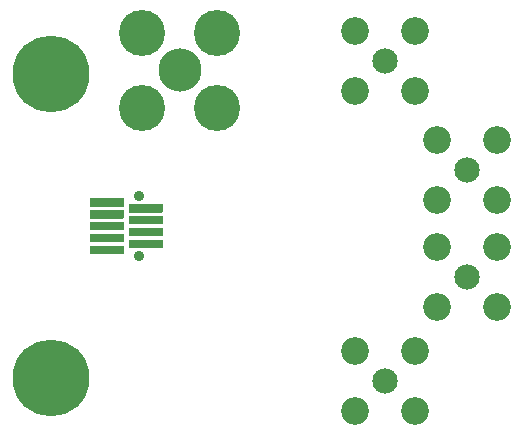
<source format=gbs>
G04 #@! TF.GenerationSoftware,KiCad,Pcbnew,(5.1.12)-1*
G04 #@! TF.CreationDate,2021-12-16T18:12:02+01:00*
G04 #@! TF.ProjectId,eth_mezz_mag_sma,6574685f-6d65-47a7-9a5f-6d61675f736d,rev?*
G04 #@! TF.SameCoordinates,Original*
G04 #@! TF.FileFunction,Soldermask,Bot*
G04 #@! TF.FilePolarity,Negative*
%FSLAX46Y46*%
G04 Gerber Fmt 4.6, Leading zero omitted, Abs format (unit mm)*
G04 Created by KiCad (PCBNEW (5.1.12)-1) date 2021-12-16 18:12:02*
%MOMM*%
%LPD*%
G01*
G04 APERTURE LIST*
%ADD10C,0.900000*%
%ADD11C,2.350000*%
%ADD12C,2.150000*%
%ADD13C,3.910000*%
%ADD14C,3.656000*%
%ADD15C,6.500000*%
G04 APERTURE END LIST*
D10*
X110589820Y-78907900D03*
X110589820Y-73850500D03*
G36*
G01*
X106442000Y-78024400D02*
X109236000Y-78024400D01*
G75*
G02*
X109286000Y-78074400I0J-50000D01*
G01*
X109286000Y-78684000D01*
G75*
G02*
X109236000Y-78734000I-50000J0D01*
G01*
X106442000Y-78734000D01*
G75*
G02*
X106392000Y-78684000I0J50000D01*
G01*
X106392000Y-78074400D01*
G75*
G02*
X106442000Y-78024400I50000J0D01*
G01*
G37*
G36*
G01*
X109744000Y-77524400D02*
X112538000Y-77524400D01*
G75*
G02*
X112588000Y-77574400I0J-50000D01*
G01*
X112588000Y-78184000D01*
G75*
G02*
X112538000Y-78234000I-50000J0D01*
G01*
X109744000Y-78234000D01*
G75*
G02*
X109694000Y-78184000I0J50000D01*
G01*
X109694000Y-77574400D01*
G75*
G02*
X109744000Y-77524400I50000J0D01*
G01*
G37*
G36*
G01*
X106442000Y-77024400D02*
X109236000Y-77024400D01*
G75*
G02*
X109286000Y-77074400I0J-50000D01*
G01*
X109286000Y-77684000D01*
G75*
G02*
X109236000Y-77734000I-50000J0D01*
G01*
X106442000Y-77734000D01*
G75*
G02*
X106392000Y-77684000I0J50000D01*
G01*
X106392000Y-77074400D01*
G75*
G02*
X106442000Y-77024400I50000J0D01*
G01*
G37*
G36*
G01*
X109744000Y-76524400D02*
X112538000Y-76524400D01*
G75*
G02*
X112588000Y-76574400I0J-50000D01*
G01*
X112588000Y-77184000D01*
G75*
G02*
X112538000Y-77234000I-50000J0D01*
G01*
X109744000Y-77234000D01*
G75*
G02*
X109694000Y-77184000I0J50000D01*
G01*
X109694000Y-76574400D01*
G75*
G02*
X109744000Y-76524400I50000J0D01*
G01*
G37*
G36*
G01*
X106442000Y-76024400D02*
X109236000Y-76024400D01*
G75*
G02*
X109286000Y-76074400I0J-50000D01*
G01*
X109286000Y-76684000D01*
G75*
G02*
X109236000Y-76734000I-50000J0D01*
G01*
X106442000Y-76734000D01*
G75*
G02*
X106392000Y-76684000I0J50000D01*
G01*
X106392000Y-76074400D01*
G75*
G02*
X106442000Y-76024400I50000J0D01*
G01*
G37*
G36*
G01*
X109744000Y-75524400D02*
X112538000Y-75524400D01*
G75*
G02*
X112588000Y-75574400I0J-50000D01*
G01*
X112588000Y-76184000D01*
G75*
G02*
X112538000Y-76234000I-50000J0D01*
G01*
X109744000Y-76234000D01*
G75*
G02*
X109694000Y-76184000I0J50000D01*
G01*
X109694000Y-75574400D01*
G75*
G02*
X109744000Y-75524400I50000J0D01*
G01*
G37*
G36*
G01*
X106442000Y-75024400D02*
X109236000Y-75024400D01*
G75*
G02*
X109286000Y-75074400I0J-50000D01*
G01*
X109286000Y-75684000D01*
G75*
G02*
X109236000Y-75734000I-50000J0D01*
G01*
X106442000Y-75734000D01*
G75*
G02*
X106392000Y-75684000I0J50000D01*
G01*
X106392000Y-75074400D01*
G75*
G02*
X106442000Y-75024400I50000J0D01*
G01*
G37*
G36*
G01*
X109744000Y-74524400D02*
X112538000Y-74524400D01*
G75*
G02*
X112588000Y-74574400I0J-50000D01*
G01*
X112588000Y-75184000D01*
G75*
G02*
X112538000Y-75234000I-50000J0D01*
G01*
X109744000Y-75234000D01*
G75*
G02*
X109694000Y-75184000I0J50000D01*
G01*
X109694000Y-74574400D01*
G75*
G02*
X109744000Y-74524400I50000J0D01*
G01*
G37*
G36*
G01*
X106442000Y-74024400D02*
X109236000Y-74024400D01*
G75*
G02*
X109286000Y-74074400I0J-50000D01*
G01*
X109286000Y-74684000D01*
G75*
G02*
X109236000Y-74734000I-50000J0D01*
G01*
X106442000Y-74734000D01*
G75*
G02*
X106392000Y-74684000I0J50000D01*
G01*
X106392000Y-74074400D01*
G75*
G02*
X106442000Y-74024400I50000J0D01*
G01*
G37*
D11*
X128826200Y-92009800D03*
X128826200Y-86929800D03*
X133906200Y-86929800D03*
X133906200Y-92009800D03*
D12*
X131366200Y-89469800D03*
D11*
X135803200Y-74202800D03*
X135803200Y-69122800D03*
X140883200Y-69122800D03*
X140883200Y-74202800D03*
D12*
X138343200Y-71662800D03*
D11*
X135803200Y-83219800D03*
X135803200Y-78139800D03*
X140883200Y-78139800D03*
X140883200Y-83219800D03*
D12*
X138343200Y-80679800D03*
D11*
X128826200Y-64919800D03*
X128826200Y-59839800D03*
X133906200Y-59839800D03*
X133906200Y-64919800D03*
D12*
X131366200Y-62379800D03*
D13*
X117167600Y-66367600D03*
X110817600Y-66367600D03*
X117167600Y-60017600D03*
D14*
X113992600Y-63192600D03*
D13*
X110817600Y-60017600D03*
D10*
X104793056Y-87581344D03*
X103096000Y-86878400D03*
X101398944Y-87581344D03*
X100696000Y-89278400D03*
X101398944Y-90975456D03*
X103096000Y-91678400D03*
X104793056Y-90975456D03*
X105496000Y-89278400D03*
D15*
X103096000Y-89278400D03*
D10*
X104793056Y-61774944D03*
X103096000Y-61072000D03*
X101398944Y-61774944D03*
X100696000Y-63472000D03*
X101398944Y-65169056D03*
X103096000Y-65872000D03*
X104793056Y-65169056D03*
X105496000Y-63472000D03*
D15*
X103096000Y-63472000D03*
M02*

</source>
